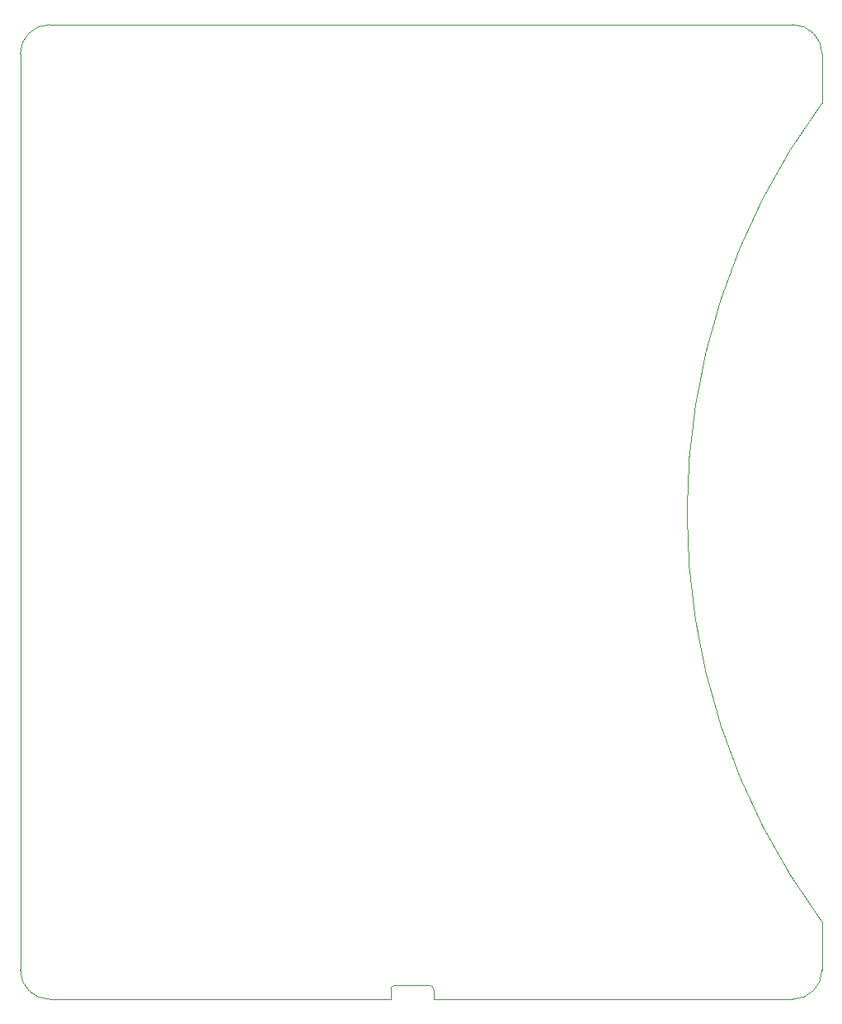
<source format=gbr>
%TF.GenerationSoftware,KiCad,Pcbnew,8.0.2+b1*%
%TF.CreationDate,2025-03-29T04:57:43+02:00*%
%TF.ProjectId,3dglassbox,3364676c-6173-4736-926f-782e6b696361,rev?*%
%TF.SameCoordinates,Original*%
%TF.FileFunction,Profile,NP*%
%FSLAX46Y46*%
G04 Gerber Fmt 4.6, Leading zero omitted, Abs format (unit mm)*
G04 Created by KiCad (PCBNEW 8.0.2+b1) date 2025-03-29 04:57:43*
%MOMM*%
%LPD*%
G01*
G04 APERTURE LIST*
%TA.AperFunction,Profile*%
%ADD10C,0.050000*%
%TD*%
%TA.AperFunction,Profile*%
%ADD11C,0.120000*%
%TD*%
G04 APERTURE END LIST*
D10*
X105940000Y-154190000D02*
G75*
G02*
X102940000Y-151190000I0J3000000D01*
G01*
X105940000Y-154190000D02*
X136687260Y-154172873D01*
X102940000Y-57190000D02*
G75*
G02*
X105940000Y-54190000I3000000J0D01*
G01*
X105940000Y-54190000D02*
X182250000Y-54190000D01*
X185250000Y-57190000D02*
X185250001Y-62250000D01*
X149687260Y-154172873D02*
X182250000Y-154190000D01*
X185250001Y-146249999D02*
G75*
G02*
X185250001Y-62250000I56749999J41999999D01*
G01*
X185250000Y-151190000D02*
G75*
G02*
X182250000Y-154190000I-3000000J0D01*
G01*
X102940000Y-151190000D02*
X102940000Y-57190000D01*
X185250001Y-146249999D02*
X185250000Y-151190000D01*
X182250000Y-54190000D02*
G75*
G02*
X185250000Y-57190000I0J-3000000D01*
G01*
D11*
%TO.C,J8*%
X140987260Y-153172873D02*
X140987260Y-154172873D01*
X140987260Y-154172873D02*
X136687260Y-154172873D01*
X144987260Y-152772873D02*
X141387260Y-152772873D01*
X145387260Y-153172873D02*
X145387260Y-154172873D01*
X145387260Y-154172873D02*
X149687260Y-154172873D01*
X140987260Y-153172873D02*
G75*
G02*
X141387260Y-152772873I400002J-2D01*
G01*
X144987260Y-152772873D02*
G75*
G02*
X145387260Y-153172873I0J-400000D01*
G01*
%TD*%
M02*

</source>
